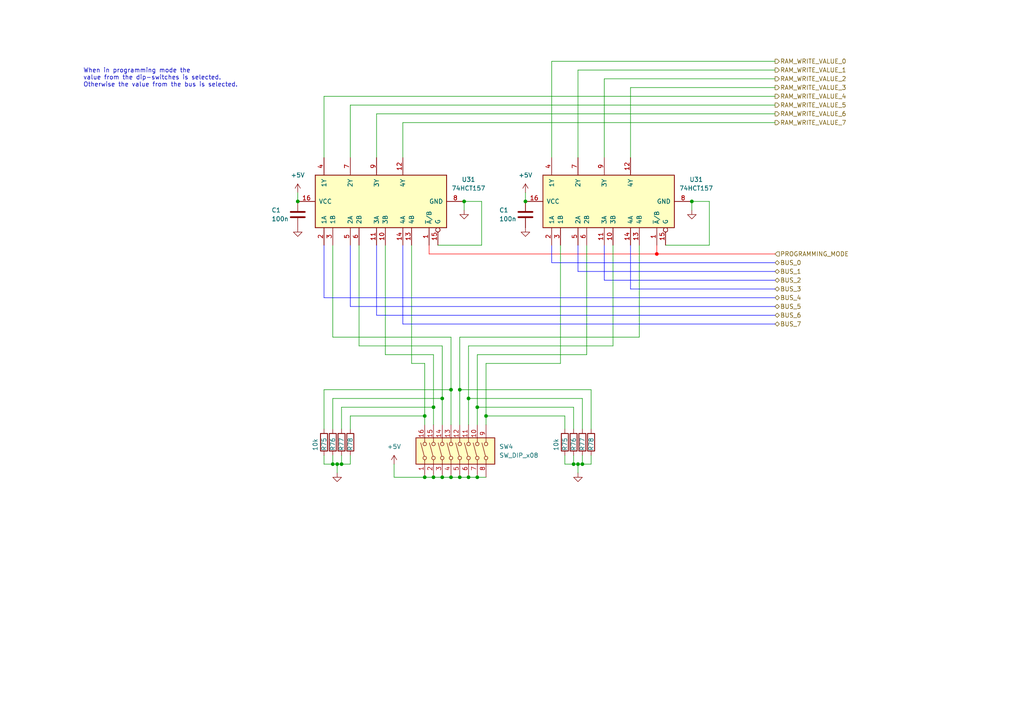
<source format=kicad_sch>
(kicad_sch (version 20230121) (generator eeschema)
  (paper "A4")
  (title_block (title "8-bit CPU") (date "2023-11-28") (rev "1.0") (company "TBR Designs"))
  (lib_symbols
    (symbol "01_my_library:74HCT157" (pin_names (offset 1.016))
      (property "Reference" "U" (at -7.62 20.32 0))
      (property "Value" "74HCT157" (at -7.62 -21.59 0))
      (symbol "74HCT157_1_0"
        (pin input line (at -12.7 -13.97 0) (length 5.08) (name "~{A}/B") (number "1"))
        (pin input line (at -12.7 -1.27 0) (length 5.08) (name "3B") (number "10"))
        (pin input line (at -12.7 1.27 0) (length 5.08) (name "3A") (number "11"))
        (pin output line (at 12.7 -6.35 180) (length 5.08) (name "4Y") (number "12"))
        (pin input line (at -12.7 -8.89 0) (length 5.08) (name "4B") (number "13"))
        (pin input line (at -12.7 -6.35 0) (length 5.08) (name "4A") (number "14"))
        (pin input inverted (at -12.7 -16.51 0) (length 5.08) (name "G") (number "15"))
        (pin power_in line (at 0 24.13 270) (length 5.08) (name "VCC") (number "16"))
        (pin input line (at -12.7 16.51 0) (length 5.08) (name "1A") (number "2"))
        (pin input line (at -12.7 13.97 0) (length 5.08) (name "1B") (number "3"))
        (pin output line (at 12.7 16.51 180) (length 5.08) (name "1Y") (number "4"))
        (pin input line (at -12.7 8.89 0) (length 5.08) (name "2A") (number "5"))
        (pin input line (at -12.7 6.35 0) (length 5.08) (name "2B") (number "6"))
        (pin output line (at 12.7 8.89 180) (length 5.08) (name "2Y") (number "7"))
        (pin power_in line (at 0 -24.13 90) (length 5.08) (name "GND") (number "8"))
        (pin output line (at 12.7 1.27 180) (length 5.08) (name "3Y") (number "9"))
      )
      (symbol "74HCT157_1_1"
        (rectangle (start -7.62 19.05) (end 7.62 -19.05) (stroke (width 0.254)) (fill (type background)))
      )
    )
    (symbol "Device:C" (pin_numbers hide) (pin_names (offset 0.254))
      (property "Reference" "C" (at 0.635 2.54 0))
      (property "Value" "C" (at 0.635 -2.54 0))
      (symbol "C_0_1"
        (polyline (pts (xy -2.032 -0.762) (xy 2.032 -0.762)) (stroke (width 0.508)))
        (polyline (pts (xy -2.032 0.762) (xy 2.032 0.762)) (stroke (width 0.508)))
      )
      (symbol "C_1_1"
        (pin passive line (at 0 3.81 270) (length 2.794) (name "~") (number "1"))
        (pin passive line (at 0 -3.81 90) (length 2.794) (name "~") (number "2"))
      )
    )
    (symbol "Device:R" (pin_numbers hide) (pin_names (offset 0))
      (property "Reference" "R" (at 2.032 0 90))
      (property "Value" "R" (at 0 0 90))
      (symbol "R_0_1"
        (rectangle (start -1.016 -2.54) (end 1.016 2.54) (stroke (width 0.254)))
      )
      (symbol "R_1_1"
        (pin passive line (at 0 3.81 270) (length 1.27) (name "~") (number "1"))
        (pin passive line (at 0 -3.81 90) (length 1.27) (name "~") (number "2"))
      )
    )
    (symbol "Switch:SW_DIP_x08" (pin_names (offset 0) hide)
      (property "Reference" "SW" (at 0 13.97 0))
      (property "Value" "SW_DIP_x08" (at 0 -11.43 0))
      (symbol "SW_DIP_x08_0_0"
        (circle (center -2.032 -7.62) (radius 0.508))
        (circle (center -2.032 -5.08) (radius 0.508))
        (circle (center -2.032 -2.54) (radius 0.508))
        (circle (center -2.032 0) (radius 0.508))
        (circle (center -2.032 2.54) (radius 0.508))
        (circle (center -2.032 5.08) (radius 0.508))
        (circle (center -2.032 7.62) (radius 0.508))
        (circle (center -2.032 10.16) (radius 0.508))
        (polyline (pts (xy -1.524 -7.4676) (xy 2.3622 -6.4262)))
        (polyline (pts (xy -1.524 -4.9276) (xy 2.3622 -3.8862)))
        (polyline (pts (xy -1.524 -2.3876) (xy 2.3622 -1.3462)))
        (polyline (pts (xy -1.524 0.127) (xy 2.3622 1.1684)))
        (polyline (pts (xy -1.524 2.667) (xy 2.3622 3.7084)))
        (polyline (pts (xy -1.524 5.207) (xy 2.3622 6.2484)))
        (polyline (pts (xy -1.524 7.747) (xy 2.3622 8.7884)))
        (polyline (pts (xy -1.524 10.287) (xy 2.3622 11.3284)))
        (circle (center 2.032 -7.62) (radius 0.508))
        (circle (center 2.032 -5.08) (radius 0.508))
        (circle (center 2.032 -2.54) (radius 0.508))
        (circle (center 2.032 0) (radius 0.508))
        (circle (center 2.032 2.54) (radius 0.508))
        (circle (center 2.032 5.08) (radius 0.508))
        (circle (center 2.032 7.62) (radius 0.508))
        (circle (center 2.032 10.16) (radius 0.508))
      )
      (symbol "SW_DIP_x08_0_1"
        (rectangle (start -3.81 12.7) (end 3.81 -10.16) (stroke (width 0.254)) (fill (type background)))
      )
      (symbol "SW_DIP_x08_1_1"
        (pin passive line (at -7.62 10.16 0) (length 5.08) (name "~") (number "1"))
        (pin passive line (at 7.62 -5.08 180) (length 5.08) (name "~") (number "10"))
        (pin passive line (at 7.62 -2.54 180) (length 5.08) (name "~") (number "11"))
        (pin passive line (at 7.62 0 180) (length 5.08) (name "~") (number "12"))
        (pin passive line (at 7.62 2.54 180) (length 5.08) (name "~") (number "13"))
        (pin passive line (at 7.62 5.08 180) (length 5.08) (name "~") (number "14"))
        (pin passive line (at 7.62 7.62 180) (length 5.08) (name "~") (number "15"))
        (pin passive line (at 7.62 10.16 180) (length 5.08) (name "~") (number "16"))
        (pin passive line (at -7.62 7.62 0) (length 5.08) (name "~") (number "2"))
        (pin passive line (at -7.62 5.08 0) (length 5.08) (name "~") (number "3"))
        (pin passive line (at -7.62 2.54 0) (length 5.08) (name "~") (number "4"))
        (pin passive line (at -7.62 0 0) (length 5.08) (name "~") (number "5"))
        (pin passive line (at -7.62 -2.54 0) (length 5.08) (name "~") (number "6"))
        (pin passive line (at -7.62 -5.08 0) (length 5.08) (name "~") (number "7"))
        (pin passive line (at -7.62 -7.62 0) (length 5.08) (name "~") (number "8"))
        (pin passive line (at 7.62 -7.62 180) (length 5.08) (name "~") (number "9"))
      )
    )
    (symbol "power:+5V" (power) (pin_names (offset 0))
      (property "Value" "+5V" (at 0 3.556 0))
      (symbol "+5V_0_1"
        (polyline (pts (xy -0.762 1.27) (xy 0 2.54)))
        (polyline (pts (xy 0 0) (xy 0 2.54)))
        (polyline (pts (xy 0 2.54) (xy 0.762 1.27)))
      )
      (symbol "+5V_1_1"
        (pin power_in line (at 0 0 90) (length 0) hide (name "+5V") (number "1"))
      )
    )
    (symbol "power:GND" (power) (pin_names (offset 0))
      (property "Value" "GND" (at 0 -3.81 0))
      (symbol "GND_0_1"
        (polyline (pts (xy 0 0) (xy 0 -1.27) (xy 1.27 -1.27) (xy 0 -2.54) (xy -1.27 -1.27) (xy 0 -1.27)))
      )
      (symbol "GND_1_1"
        (pin power_in line (at 0 0 270) (length 0) hide (name "GND") (number "1"))
      )
    )
  )
  (junction (at 133.35 113.03))
  (junction (at 135.89 115.57))
  (junction (at 140.97 120.65))
  (junction (at 125.73 138.43))
  (junction (at 134.62 58.42))
  (junction (at 167.64 134.62))
  (junction (at 99.06 134.62))
  (junction (at 96.52 134.62))
  (junction (at 130.81 138.43))
  (junction (at 138.43 118.11))
  (junction (at 200.66 58.42))
  (junction (at 123.19 138.43))
  (junction (at 168.91 134.62))
  (junction (at 97.79 134.62))
  (junction (at 128.27 138.43))
  (junction (at 190.5 73.66) (color 255 0 0 1))
  (junction (at 138.43 138.43))
  (junction (at 130.81 113.03))
  (junction (at 128.27 115.57))
  (junction (at 86.36 58.42))
  (junction (at 125.73 118.11))
  (junction (at 133.35 138.43))
  (junction (at 135.89 138.43))
  (junction (at 166.37 134.62))
  (junction (at 123.19 120.65))
  (junction (at 152.4 58.42))
  (wire (pts (xy 130.81 138.43) (xy 133.35 138.43)))
  (wire (pts (xy 123.19 138.43) (xy 125.73 138.43)))
  (wire (pts (xy 167.64 78.74) (xy 224.79 78.74)) (stroke (width 0) (color 0 0 255 1)))
  (wire (pts (xy 116.84 71.12) (xy 116.84 93.98)) (stroke (width 0) (color 0 0 255 1)))
  (wire (pts (xy 138.43 123.19) (xy 138.43 118.11)))
  (wire (pts (xy 125.73 138.43) (xy 128.27 138.43)))
  (wire (pts (xy 190.5 73.66) (xy 224.79 73.66)) (stroke (width 0) (color 255 0 0 1)))
  (wire (pts (xy 93.98 134.62) (xy 96.52 134.62)))
  (wire (pts (xy 135.89 138.43) (xy 138.43 138.43)))
  (wire (pts (xy 114.3 138.43) (xy 123.19 138.43)))
  (wire (pts (xy 168.91 132.08) (xy 168.91 134.62)))
  (wire (pts (xy 96.52 115.57) (xy 128.27 115.57)))
  (wire (pts (xy 177.8 71.12) (xy 177.8 100.33)))
  (wire (pts (xy 185.42 71.12) (xy 185.42 97.79)))
  (wire (pts (xy 101.6 71.12) (xy 101.6 88.9)) (stroke (width 0) (color 0 0 255 1)))
  (wire (pts (xy 128.27 138.43) (xy 130.81 138.43)))
  (wire (pts (xy 162.56 71.12) (xy 162.56 105.41)))
  (wire (pts (xy 124.46 73.66) (xy 190.5 73.66)) (stroke (width 0) (color 255 0 0 1)))
  (wire (pts (xy 116.84 93.98) (xy 224.79 93.98)) (stroke (width 0) (color 0 0 255 1)))
  (wire (pts (xy 166.37 132.08) (xy 166.37 134.62)))
  (wire (pts (xy 163.83 134.62) (xy 166.37 134.62)))
  (wire (pts (xy 135.89 100.33) (xy 177.8 100.33)))
  (wire (pts (xy 138.43 138.43) (xy 140.97 138.43)))
  (wire (pts (xy 171.45 124.46) (xy 171.45 113.03)))
  (wire (pts (xy 116.84 35.56) (xy 224.79 35.56)))
  (wire (pts (xy 182.88 83.82) (xy 224.79 83.82)) (stroke (width 0) (color 0 0 255 1)))
  (wire (pts (xy 139.7 58.42) (xy 134.62 58.42)))
  (wire (pts (xy 167.64 134.62) (xy 167.64 137.16)))
  (wire (pts (xy 128.27 115.57) (xy 128.27 123.19)))
  (wire (pts (xy 163.83 124.46) (xy 163.83 120.65)))
  (wire (pts (xy 99.06 118.11) (xy 125.73 118.11)))
  (wire (pts (xy 99.06 134.62) (xy 101.6 134.62)))
  (wire (pts (xy 170.18 71.12) (xy 170.18 102.87)))
  (wire (pts (xy 140.97 105.41) (xy 162.56 105.41)))
  (wire (pts (xy 133.35 138.43) (xy 135.89 138.43)))
  (wire (pts (xy 166.37 134.62) (xy 167.64 134.62)))
  (wire (pts (xy 97.79 134.62) (xy 99.06 134.62)))
  (wire (pts (xy 93.98 45.72) (xy 93.98 27.94)))
  (wire (pts (xy 128.27 100.33) (xy 128.27 115.57)))
  (wire (pts (xy 111.76 71.12) (xy 111.76 102.87)))
  (wire (pts (xy 114.3 134.62) (xy 114.3 138.43)))
  (wire (pts (xy 167.64 45.72) (xy 167.64 20.32)))
  (wire (pts (xy 124.46 71.12) (xy 124.46 73.66)) (stroke (width 0) (color 255 0 0 1)))
  (wire (pts (xy 152.4 55.88) (xy 152.4 58.42)))
  (wire (pts (xy 93.98 27.94) (xy 224.79 27.94)))
  (wire (pts (xy 96.52 124.46) (xy 96.52 115.57)))
  (wire (pts (xy 163.83 120.65) (xy 140.97 120.65)))
  (wire (pts (xy 171.45 113.03) (xy 133.35 113.03)))
  (wire (pts (xy 182.88 25.4) (xy 224.79 25.4)))
  (wire (pts (xy 182.88 71.12) (xy 182.88 83.82)) (stroke (width 0) (color 0 0 255 1)))
  (wire (pts (xy 99.06 124.46) (xy 99.06 118.11)))
  (wire (pts (xy 99.06 132.08) (xy 99.06 134.62)))
  (wire (pts (xy 128.27 100.33) (xy 104.14 100.33)))
  (wire (pts (xy 168.91 115.57) (xy 135.89 115.57)))
  (wire (pts (xy 101.6 30.48) (xy 224.79 30.48)))
  (wire (pts (xy 168.91 134.62) (xy 171.45 134.62)))
  (wire (pts (xy 104.14 71.12) (xy 104.14 100.33)))
  (wire (pts (xy 101.6 88.9) (xy 224.79 88.9)) (stroke (width 0) (color 0 0 255 1)))
  (wire (pts (xy 175.26 71.12) (xy 175.26 81.28)) (stroke (width 0) (color 0 0 255 1)))
  (wire (pts (xy 163.83 132.08) (xy 163.83 134.62)))
  (wire (pts (xy 130.81 97.79) (xy 96.52 97.79)))
  (wire (pts (xy 96.52 132.08) (xy 96.52 134.62)))
  (wire (pts (xy 205.74 71.12) (xy 205.74 58.42)))
  (wire (pts (xy 123.19 120.65) (xy 123.19 123.19)))
  (wire (pts (xy 93.98 132.08) (xy 93.98 134.62)))
  (wire (pts (xy 109.22 91.44) (xy 224.79 91.44)) (stroke (width 0) (color 0 0 255 1)))
  (wire (pts (xy 125.73 102.87) (xy 111.76 102.87)))
  (wire (pts (xy 101.6 132.08) (xy 101.6 134.62)))
  (wire (pts (xy 140.97 120.65) (xy 140.97 123.19)))
  (wire (pts (xy 190.5 73.66) (xy 190.5 71.12)) (stroke (width 0) (color 255 0 0 1)))
  (wire (pts (xy 138.43 102.87) (xy 170.18 102.87)))
  (wire (pts (xy 139.7 71.12) (xy 139.7 58.42)))
  (wire (pts (xy 133.35 97.79) (xy 185.42 97.79)))
  (wire (pts (xy 127 71.12) (xy 139.7 71.12)))
  (wire (pts (xy 93.98 113.03) (xy 130.81 113.03)))
  (wire (pts (xy 160.02 17.78) (xy 224.79 17.78)))
  (wire (pts (xy 175.26 81.28) (xy 224.79 81.28)) (stroke (width 0) (color 0 0 255 1)))
  (wire (pts (xy 167.64 134.62) (xy 168.91 134.62)))
  (wire (pts (xy 101.6 45.72) (xy 101.6 30.48)))
  (wire (pts (xy 138.43 118.11) (xy 138.43 102.87)))
  (wire (pts (xy 101.6 120.65) (xy 123.19 120.65)))
  (wire (pts (xy 135.89 115.57) (xy 135.89 123.19)))
  (wire (pts (xy 109.22 45.72) (xy 109.22 33.02)))
  (wire (pts (xy 116.84 45.72) (xy 116.84 35.56)))
  (wire (pts (xy 130.81 123.19) (xy 130.81 113.03)))
  (wire (pts (xy 160.02 71.12) (xy 160.02 76.2)) (stroke (width 0) (color 0 0 255 1)))
  (wire (pts (xy 96.52 134.62) (xy 97.79 134.62)))
  (wire (pts (xy 160.02 45.72) (xy 160.02 17.78)))
  (wire (pts (xy 119.38 71.12) (xy 119.38 105.41)))
  (wire (pts (xy 140.97 105.41) (xy 140.97 120.65)))
  (wire (pts (xy 160.02 76.2) (xy 224.79 76.2)) (stroke (width 0) (color 0 0 255 1)))
  (wire (pts (xy 134.62 60.96) (xy 134.62 58.42)))
  (wire (pts (xy 200.66 60.96) (xy 200.66 58.42)))
  (wire (pts (xy 205.74 58.42) (xy 200.66 58.42)))
  (wire (pts (xy 135.89 100.33) (xy 135.89 115.57)))
  (wire (pts (xy 167.64 20.32) (xy 224.79 20.32)))
  (wire (pts (xy 125.73 118.11) (xy 125.73 102.87)))
  (wire (pts (xy 167.64 71.12) (xy 167.64 78.74)) (stroke (width 0) (color 0 0 255 1)))
  (wire (pts (xy 133.35 113.03) (xy 133.35 97.79)))
  (wire (pts (xy 96.52 71.12) (xy 96.52 97.79)))
  (wire (pts (xy 130.81 113.03) (xy 130.81 97.79)))
  (wire (pts (xy 97.79 134.62) (xy 97.79 137.16)))
  (wire (pts (xy 125.73 123.19) (xy 125.73 118.11)))
  (wire (pts (xy 168.91 124.46) (xy 168.91 115.57)))
  (wire (pts (xy 93.98 124.46) (xy 93.98 113.03)))
  (wire (pts (xy 86.36 55.88) (xy 86.36 58.42)))
  (wire (pts (xy 123.19 105.41) (xy 123.19 120.65)))
  (wire (pts (xy 171.45 132.08) (xy 171.45 134.62)))
  (wire (pts (xy 93.98 71.12) (xy 93.98 86.36)) (stroke (width 0) (color 0 0 255 1)))
  (wire (pts (xy 109.22 71.12) (xy 109.22 91.44)) (stroke (width 0) (color 0 0 255 1)))
  (wire (pts (xy 123.19 105.41) (xy 119.38 105.41)))
  (wire (pts (xy 109.22 33.02) (xy 224.79 33.02)))
  (wire (pts (xy 133.35 123.19) (xy 133.35 113.03)))
  (wire (pts (xy 166.37 118.11) (xy 138.43 118.11)))
  (wire (pts (xy 193.04 71.12) (xy 205.74 71.12)))
  (wire (pts (xy 175.26 22.86) (xy 175.26 45.72)))
  (wire (pts (xy 101.6 124.46) (xy 101.6 120.65)))
  (wire (pts (xy 166.37 124.46) (xy 166.37 118.11)))
  (wire (pts (xy 224.79 22.86) (xy 175.26 22.86)))
  (wire (pts (xy 93.98 86.36) (xy 224.79 86.36)) (stroke (width 0) (color 0 0 255 1)))
  (wire (pts (xy 182.88 45.72) (xy 182.88 25.4)))
  (text "When in programming mode the\nvalue from the dip-switches is selected.\nOtherwise the value from the bus is selected." (at 24.13 25.4 0) (effects (font (size 1.27 1.27)) (justify left bottom)))
  (hierarchical_label "BUS_2" (shape bidirectional) (at 224.79 81.28 0))
  (hierarchical_label "RAM_WRITE_VALUE_5" (shape output) (at 224.79 30.48 0))
  (hierarchical_label "BUS_1" (shape bidirectional) (at 224.79 78.74 0))
  (hierarchical_label "RAM_WRITE_VALUE_0" (shape output) (at 224.79 17.78 0))
  (hierarchical_label "RAM_WRITE_VALUE_4" (shape output) (at 224.79 27.94 0))
  (hierarchical_label "RAM_WRITE_VALUE_1" (shape output) (at 224.79 20.32 0))
  (hierarchical_label "BUS_3" (shape bidirectional) (at 224.79 83.82 0))
  (hierarchical_label "BUS_7" (shape bidirectional) (at 224.79 93.98 0))
  (hierarchical_label "PROGRAMMING_MODE" (shape input) (at 224.79 73.66 0))
  (hierarchical_label "RAM_WRITE_VALUE_3" (shape output) (at 224.79 25.4 0))
  (hierarchical_label "BUS_0" (shape bidirectional) (at 224.79 76.2 0))
  (hierarchical_label "BUS_5" (shape bidirectional) (at 224.79 88.9 0))
  (hierarchical_label "BUS_6" (shape bidirectional) (at 224.79 91.44 0))
  (hierarchical_label "RAM_WRITE_VALUE_6" (shape output) (at 224.79 33.02 0))
  (hierarchical_label "BUS_4" (shape bidirectional) (at 224.79 86.36 0))
  (hierarchical_label "RAM_WRITE_VALUE_2" (shape output) (at 224.79 22.86 0))
  (hierarchical_label "RAM_WRITE_VALUE_7" (shape output) (at 224.79 35.56 0))
  (symbol (lib_id "Device:R") (at 101.6 128.27 0) (unit 1)
    (property "Reference" "R78" (at 101.6 130.81 90) (effects (justify left)))
    (property "Value" "10k" (effects hide))
    (property "Footprint" "Resistor_THT:R_Axial_DIN0204_L3.6mm_D1.6mm_P7.62mm_Horizontal" (effects hide))
    (instances (project "8-bit-cpu" (path "" (reference "R78") (unit 1)) (path "" (reference "R?") (unit 1)) (path "" (reference "R79") (unit 1))))
  )
  (symbol (lib_id "power:GND") (at 152.4 66.04 0) (unit 1)
    (property "Reference" "#PWR03" (effects hide))
    (property "Value" "GND" (effects hide))
    (instances (project "8-bit-cpu" (path "" (reference "#PWR03") (unit 1)) (path "" (reference "#PWR039") (unit 1)) (path "" (reference "#PWR047") (unit 1)) (path "" (reference "#PWR058") (unit 1)) (path "" (reference "#PWR?") (unit 1)) (path "" (reference "#PWR0107") (unit 1))))
  )
  (symbol (lib_id "power:GND") (at 97.79 137.16 0) (unit 1)
    (property "Reference" "#PWR0130" (effects hide))
    (property "Value" "GND" (effects hide))
    (instances (project "8-bit-cpu" (path "" (reference "#PWR0130") (unit 1)) (path "" (reference "#PWR?") (unit 1)) (path "" (reference "#PWR0109") (unit 1))))
  )
  (symbol (lib_id "Device:R") (at 166.37 128.27 0) (unit 1)
    (property "Reference" "R76" (at 166.37 130.81 90) (effects (justify left)))
    (property "Value" "10k" (effects hide))
    (property "Footprint" "Resistor_THT:R_Axial_DIN0204_L3.6mm_D1.6mm_P7.62mm_Horizontal" (effects hide))
    (instances (project "8-bit-cpu" (path "" (reference "R76") (unit 1)) (path "" (reference "R?") (unit 1)) (path "" (reference "R81") (unit 1))))
  )
  (symbol (lib_id "power:GND") (at 134.62 60.96 0) (unit 1)
    (property "Reference" "#PWR03" (effects hide))
    (property "Value" "GND" (effects hide))
    (instances (project "8-bit-cpu" (path "" (reference "#PWR03") (unit 1)) (path "" (reference "#PWR039") (unit 1)) (path "" (reference "#PWR047") (unit 1)) (path "" (reference "#PWR058") (unit 1)) (path "" (reference "#PWR?") (unit 1)) (path "" (reference "#PWR0104") (unit 1))))
  )
  (symbol (lib_id "power:+5V") (at 86.36 55.88 0) (unit 1)
    (property "Reference" "#PWR040" (effects hide))
    (property "Value" "+5V" (at 86.36 50.8 0))
    (instances (project "8-bit-cpu" (path "" (reference "#PWR040") (unit 1)) (path "" (reference "#PWR046") (unit 1)) (path "" (reference "#PWR057") (unit 1)) (path "" (reference "#PWR?") (unit 1)) (path "" (reference "#PWR0102") (unit 1))))
  )
  (symbol (lib_id "Device:R") (at 99.06 128.27 0) (unit 1)
    (property "Reference" "R77" (at 99.06 130.81 90) (effects (justify left)))
    (property "Value" "10k" (effects hide))
    (property "Footprint" "Resistor_THT:R_Axial_DIN0204_L3.6mm_D1.6mm_P7.62mm_Horizontal" (effects hide))
    (instances (project "8-bit-cpu" (path "" (reference "R77") (unit 1)) (path "" (reference "R?") (unit 1)) (path "" (reference "R78") (unit 1))))
  )
  (symbol (lib_id "Device:R") (at 93.98 128.27 0) (unit 1)
    (property "Reference" "R75" (at 93.98 130.81 90) (effects (justify left)))
    (property "Value" "10k" (at 91.44 130.81 90) (effects (justify left)))
    (property "Footprint" "Resistor_THT:R_Axial_DIN0204_L3.6mm_D1.6mm_P7.62mm_Horizontal" (effects hide))
    (instances (project "8-bit-cpu" (path "" (reference "R75") (unit 1)) (path "" (reference "R?") (unit 1)) (path "" (reference "R76") (unit 1))))
  )
  (symbol (lib_id "Device:R") (at 168.91 128.27 0) (unit 1)
    (property "Reference" "R77" (at 168.91 130.81 90) (effects (justify left)))
    (property "Value" "10k" (effects hide))
    (property "Footprint" "Resistor_THT:R_Axial_DIN0204_L3.6mm_D1.6mm_P7.62mm_Horizontal" (effects hide))
    (instances (project "8-bit-cpu" (path "" (reference "R77") (unit 1)) (path "" (reference "R?") (unit 1)) (path "" (reference "R82") (unit 1))))
  )
  (symbol (lib_id "Device:R") (at 163.83 128.27 0) (unit 1)
    (property "Reference" "R75" (at 163.83 130.81 90) (effects (justify left)))
    (property "Value" "10k" (at 161.29 130.81 90) (effects (justify left)))
    (property "Footprint" "Resistor_THT:R_Axial_DIN0204_L3.6mm_D1.6mm_P7.62mm_Horizontal" (effects hide))
    (instances (project "8-bit-cpu" (path "" (reference "R75") (unit 1)) (path "" (reference "R?") (unit 1)) (path "" (reference "R80") (unit 1))))
  )
  (symbol (lib_id "01_my_library:74HCT157") (at 110.49 58.42 90) (unit 1)
    (property "Reference" "U31" (at 135.89 52.07 90))
    (property "Value" "74HCT157" (at 135.89 54.61 90))
    (property "Footprint" "Package_DIP:DIP-16_W7.62mm" (effects hide))
    (property "Datasheet" "https://www.ti.com/lit/ds/symlink/sn74hct157.pdf" (effects hide))
    (instances (project "8-bit-cpu" (path "" (reference "U31") (unit 1)) (path "" (reference "U?") (unit 1)) (path "" (reference "U24") (unit 1))))
  )
  (symbol (lib_id "power:+5V") (at 152.4 55.88 0) (unit 1)
    (property "Reference" "#PWR040" (effects hide))
    (property "Value" "+5V" (at 152.4 50.8 0))
    (instances (project "8-bit-cpu" (path "" (reference "#PWR040") (unit 1)) (path "" (reference "#PWR046") (unit 1)) (path "" (reference "#PWR057") (unit 1)) (path "" (reference "#PWR?") (unit 1)) (path "" (reference "#PWR0103") (unit 1))))
  )
  (symbol (lib_id "power:GND") (at 86.36 66.04 0) (unit 1)
    (property "Reference" "#PWR03" (effects hide))
    (property "Value" "GND" (effects hide))
    (instances (project "8-bit-cpu" (path "" (reference "#PWR03") (unit 1)) (path "" (reference "#PWR039") (unit 1)) (path "" (reference "#PWR047") (unit 1)) (path "" (reference "#PWR058") (unit 1)) (path "" (reference "#PWR?") (unit 1)) (path "" (reference "#PWR0106") (unit 1))))
  )
  (symbol (lib_id "power:GND") (at 167.64 137.16 0) (unit 1)
    (property "Reference" "#PWR0130" (effects hide))
    (property "Value" "GND" (effects hide))
    (instances (project "8-bit-cpu" (path "" (reference "#PWR0130") (unit 1)) (path "" (reference "#PWR?") (unit 1)) (path "" (reference "#PWR0110") (unit 1))))
  )
  (symbol (lib_id "power:+5V") (at 114.3 134.62 0) (unit 1)
    (property "Reference" "#PWR040" (effects hide))
    (property "Value" "+5V" (at 114.3 129.54 0))
    (instances (project "8-bit-cpu" (path "" (reference "#PWR040") (unit 1)) (path "" (reference "#PWR046") (unit 1)) (path "" (reference "#PWR057") (unit 1)) (path "" (reference "#PWR?") (unit 1)) (path "" (reference "#PWR0108") (unit 1))))
  )
  (symbol (lib_id "Device:C") (at 86.36 62.23 0) (unit 1)
    (property "Reference" "C1" (at 78.74 60.96 0) (effects (justify left)))
    (property "Value" "100n" (at 78.74 63.5 0) (effects (justify left)))
    (property "Footprint" "01_my_library:C_Disc_D4.0mm_W2.6mm_P2.50mm" (effects hide))
    (instances (project "8-bit-cpu" (path "" (reference "C1") (unit 1)) (path "" (reference "C12") (unit 1)) (path "" (reference "C15") (unit 1)) (path "" (reference "C18") (unit 1)) (path "" (reference "C?") (unit 1)) (path "" (reference "C30") (unit 1))))
  )
  (symbol (lib_id "Device:C") (at 152.4 62.23 0) (unit 1)
    (property "Reference" "C1" (at 144.78 60.96 0) (effects (justify left)))
    (property "Value" "100n" (at 144.78 63.5 0) (effects (justify left)))
    (property "Footprint" "01_my_library:C_Disc_D4.0mm_W2.6mm_P2.50mm" (effects hide))
    (instances (project "8-bit-cpu" (path "" (reference "C1") (unit 1)) (path "" (reference "C12") (unit 1)) (path "" (reference "C15") (unit 1)) (path "" (reference "C18") (unit 1)) (path "" (reference "C?") (unit 1)) (path "" (reference "C31") (unit 1))))
  )
  (symbol (lib_id "Device:R") (at 96.52 128.27 0) (unit 1)
    (property "Reference" "R76" (at 96.52 130.81 90) (effects (justify left)))
    (property "Value" "10k" (effects hide))
    (property "Footprint" "Resistor_THT:R_Axial_DIN0204_L3.6mm_D1.6mm_P7.62mm_Horizontal" (effects hide))
    (instances (project "8-bit-cpu" (path "" (reference "R76") (unit 1)) (path "" (reference "R?") (unit 1)) (path "" (reference "R77") (unit 1))))
  )
  (symbol (lib_id "01_my_library:74HCT157") (at 176.53 58.42 90) (unit 1)
    (property "Reference" "U31" (at 201.93 52.07 90))
    (property "Value" "74HCT157" (at 201.93 54.61 90))
    (property "Footprint" "Package_DIP:DIP-16_W7.62mm" (effects hide))
    (property "Datasheet" "https://www.ti.com/lit/ds/symlink/sn74hct157.pdf" (effects hide))
    (instances (project "8-bit-cpu" (path "" (reference "U31") (unit 1)) (path "" (reference "U?") (unit 1)) (path "" (reference "U25") (unit 1))))
  )
  (symbol (lib_id "Device:R") (at 171.45 128.27 0) (unit 1)
    (property "Reference" "R78" (at 171.45 130.81 90) (effects (justify left)))
    (property "Value" "10k" (effects hide))
    (property "Footprint" "Resistor_THT:R_Axial_DIN0204_L3.6mm_D1.6mm_P7.62mm_Horizontal" (effects hide))
    (instances (project "8-bit-cpu" (path "" (reference "R78") (unit 1)) (path "" (reference "R?") (unit 1)) (path "" (reference "R83") (unit 1))))
  )
  (symbol (lib_id "power:GND") (at 200.66 60.96 0) (unit 1)
    (property "Reference" "#PWR03" (effects hide))
    (property "Value" "GND" (effects hide))
    (instances (project "8-bit-cpu" (path "" (reference "#PWR03") (unit 1)) (path "" (reference "#PWR039") (unit 1)) (path "" (reference "#PWR047") (unit 1)) (path "" (reference "#PWR058") (unit 1)) (path "" (reference "#PWR?") (unit 1)) (path "" (reference "#PWR0105") (unit 1))))
  )
  (symbol (lib_id "Switch:SW_DIP_x08") (at 133.35 130.81 90) (unit 1)
    (property "Reference" "SW4" (at 144.78 129.54 90) (effects (justify right)))
    (property "Value" "SW_DIP_x08" (at 144.78 132.08 90) (effects (justify right)))
    (property "Footprint" "Button_Switch_THT:SW_DIP_SPSTx08_Slide_9.78x22.5mm_W7.62mm_P2.54mm" (effects hide))
    (instances (project "8-bit-cpu" (path "" (reference "SW4") (unit 1)) (path "" (reference "SW?") (unit 1)) (path "" (reference "SW4") (unit 1))))
  )
)
</source>
